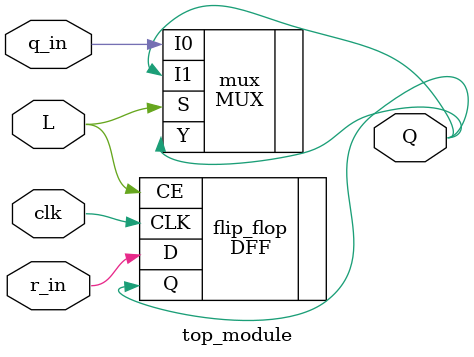
<source format=v>
module top_module (
	input clk,
	input L,
	input r_in,
	input q_in,
	output reg Q);

	// Flip-flop
	DFF flip_flop (
		.D(r_in),
		.Q(Q),
		.CLK(clk),
		.CE(L));

	// Multiplexer
	MUX mux (
		.I0(q_in),
		.I1(Q),
		.S(L),
		.Y(Q));

endmodule
</source>
